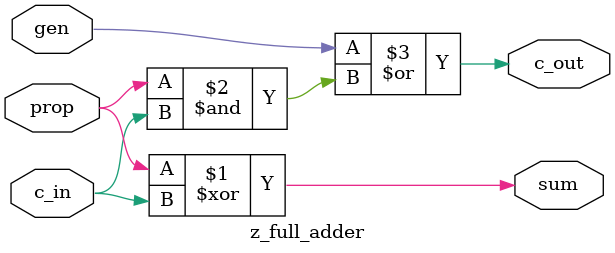
<source format=v>
`timescale 1ns / 1ps
module z_full_adder(sum,c_out,gen,prop,c_in);


	parameter D = 2;
	input gen,prop,c_in;
	output sum, c_out;
	

	
	//assign #2 {sum} = prop ^ c_in;
	//assign #1 c_out = gen | (prop & c_in);
	wire #D sum = prop ^ c_in;
	wire #D c_out = gen | (prop & c_in);

endmodule

</source>
